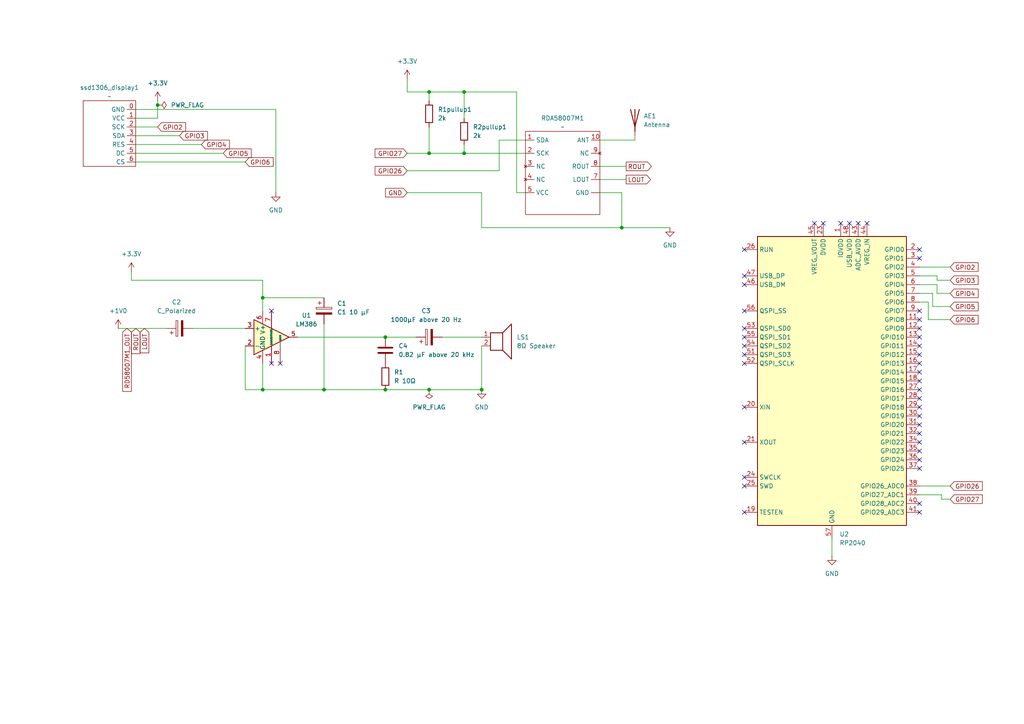
<source format=kicad_sch>
(kicad_sch (version 20231120) (generator "eeschema") (generator_version "8.0")
  (paper "A4")
  (title_block (title "ECE-299 Clock Radio") (date "2024-06-14") (rev "1") (company "Group 2") (comment 1 "Daniel Dufau, Alex Levchenkova, Stefanie Cutler"))
  (lib_symbols
    (symbol "Amplifier_Audio:LM386" (pin_names (offset 0.127))
      (property "Reference" "U" (at 1.27 7.62 0))
      (property "Value" "LM386" (at 1.27 5.08 0))
      (symbol "LM386_0_1"
        (polyline (pts (xy 5.08 0) (xy -5.08 5.08) (xy -5.08 -5.08) (xy 5.08 0)) (stroke (width 0.254)) (fill (type background)))
      )
      (symbol "LM386_1_1"
        (pin input line (at 0 -7.62 90) (length 5.08) (name "GAIN") (number "1"))
        (pin input line (at -7.62 -2.54 0) (length 2.54) (name "-") (number "2"))
        (pin input line (at -7.62 2.54 0) (length 2.54) (name "+") (number "3"))
        (pin power_in line (at -2.54 -7.62 90) (length 3.81) (name "GND") (number "4"))
        (pin output line (at 7.62 0 180) (length 2.54) (name "~") (number "5"))
        (pin power_in line (at -2.54 7.62 270) (length 3.81) (name "V+") (number "6"))
        (pin input line (at 0 7.62 270) (length 5.08) (name "BYPASS") (number "7"))
        (pin input line (at 2.54 -7.62 90) (length 6.35) (name "GAIN") (number "8"))
      )
    )
    (symbol "Device:Antenna" (pin_numbers hide) (pin_names (offset 1.016) hide)
      (property "Reference" "AE" (at -1.905 1.905 0))
      (property "Value" "Antenna" (at -1.905 0 0))
      (symbol "Antenna_0_1"
        (polyline (pts (xy 0 2.54) (xy 0 -3.81)) (stroke (width 0.254)))
        (polyline (pts (xy 1.27 2.54) (xy 0 -2.54) (xy -1.27 2.54)) (stroke (width 0.254)))
      )
      (symbol "Antenna_1_1"
        (pin input line (at 0 -5.08 90) (length 2.54) (name "A") (number "1"))
      )
    )
    (symbol "Device:C" (pin_numbers hide) (pin_names (offset 0.254))
      (property "Reference" "C" (at 0.635 2.54 0))
      (property "Value" "C" (at 0.635 -2.54 0))
      (symbol "C_0_1"
        (polyline (pts (xy -2.032 -0.762) (xy 2.032 -0.762)) (stroke (width 0.508)))
        (polyline (pts (xy -2.032 0.762) (xy 2.032 0.762)) (stroke (width 0.508)))
      )
      (symbol "C_1_1"
        (pin passive line (at 0 3.81 270) (length 2.794) (name "~") (number "1"))
        (pin passive line (at 0 -3.81 90) (length 2.794) (name "~") (number "2"))
      )
    )
    (symbol "Device:C_Polarized" (pin_numbers hide) (pin_names (offset 0.254))
      (property "Reference" "C" (at 0.635 2.54 0))
      (property "Value" "C_Polarized" (at 0.635 -2.54 0))
      (symbol "C_Polarized_0_1"
        (rectangle (start -2.286 0.508) (end 2.286 1.016))
        (polyline (pts (xy -1.778 2.286) (xy -0.762 2.286)))
        (polyline (pts (xy -1.27 2.794) (xy -1.27 1.778)))
        (rectangle (start 2.286 -0.508) (end -2.286 -1.016) (fill (type outline)))
      )
      (symbol "C_Polarized_1_1"
        (pin passive line (at 0 3.81 270) (length 2.794) (name "~") (number "1"))
        (pin passive line (at 0 -3.81 90) (length 2.794) (name "~") (number "2"))
      )
    )
    (symbol "Device:R" (pin_numbers hide) (pin_names (offset 0))
      (property "Reference" "R" (at 2.032 0 90))
      (property "Value" "R" (at 0 0 90))
      (symbol "R_0_1"
        (rectangle (start -1.016 -2.54) (end 1.016 2.54) (stroke (width 0.254)))
      )
      (symbol "R_1_1"
        (pin passive line (at 0 3.81 270) (length 1.27) (name "~") (number "1"))
        (pin passive line (at 0 -3.81 90) (length 1.27) (name "~") (number "2"))
      )
    )
    (symbol "Device:Speaker" (pin_names (offset 0) hide)
      (property "Reference" "LS" (at 1.27 5.715 0))
      (property "Value" "Speaker" (at 1.27 3.81 0))
      (symbol "Speaker_0_0"
        (rectangle (start -2.54 1.27) (end 1.016 -3.81) (stroke (width 0.254)))
        (polyline (pts (xy 1.016 1.27) (xy 3.556 3.81) (xy 3.556 -6.35) (xy 1.016 -3.81)) (stroke (width 0.254)))
      )
      (symbol "Speaker_1_1"
        (pin input line (at -5.08 0 0) (length 2.54) (name "1") (number "1"))
        (pin input line (at -5.08 -2.54 0) (length 2.54) (name "2") (number "2"))
      )
    )
    (symbol "MCU_RaspberryPi:RP2040"
      (property "Reference" "U" (at 17.78 45.72 0))
      (property "Value" "RP2040" (at 17.78 43.18 0))
      (symbol "RP2040_0_1"
        (rectangle (start -21.59 41.91) (end 21.59 -41.91) (stroke (width 0.254)) (fill (type background)))
      )
      (symbol "RP2040_1_1"
        (pin power_in line (at 2.54 45.72 270) (length 3.81) (name "IOVDD") (number "1"))
        (pin passive line (at 2.54 45.72 270) (length 3.81) hide (name "IOVDD") (number "10"))
        (pin bidirectional line (at 25.4 17.78 180) (length 3.81) (name "GPIO8") (number "11"))
        (pin bidirectional line (at 25.4 15.24 180) (length 3.81) (name "GPIO9") (number "12"))
        (pin bidirectional line (at 25.4 12.7 180) (length 3.81) (name "GPIO10") (number "13"))
        (pin bidirectional line (at 25.4 10.16 180) (length 3.81) (name "GPIO11") (number "14"))
        (pin bidirectional line (at 25.4 7.62 180) (length 3.81) (name "GPIO12") (number "15"))
        (pin bidirectional line (at 25.4 5.08 180) (length 3.81) (name "GPIO13") (number "16"))
        (pin bidirectional line (at 25.4 2.54 180) (length 3.81) (name "GPIO14") (number "17"))
        (pin bidirectional line (at 25.4 0 180) (length 3.81) (name "GPIO15") (number "18"))
        (pin input line (at -25.4 -38.1 0) (length 3.81) (name "TESTEN") (number "19"))
        (pin bidirectional line (at 25.4 38.1 180) (length 3.81) (name "GPIO0") (number "2"))
        (pin input line (at -25.4 -7.62 0) (length 3.81) (name "XIN") (number "20"))
        (pin passive line (at -25.4 -17.78 0) (length 3.81) (name "XOUT") (number "21"))
        (pin passive line (at 2.54 45.72 270) (length 3.81) hide (name "IOVDD") (number "22"))
        (pin power_in line (at -2.54 45.72 270) (length 3.81) (name "DVDD") (number "23"))
        (pin input line (at -25.4 -27.94 0) (length 3.81) (name "SWCLK") (number "24"))
        (pin bidirectional line (at -25.4 -30.48 0) (length 3.81) (name "SWD") (number "25"))
        (pin input line (at -25.4 38.1 0) (length 3.81) (name "RUN") (number "26"))
        (pin bidirectional line (at 25.4 -2.54 180) (length 3.81) (name "GPIO16") (number "27"))
        (pin bidirectional line (at 25.4 -5.08 180) (length 3.81) (name "GPIO17") (number "28"))
        (pin bidirectional line (at 25.4 -7.62 180) (length 3.81) (name "GPIO18") (number "29"))
        (pin bidirectional line (at 25.4 35.56 180) (length 3.81) (name "GPIO1") (number "3"))
        (pin bidirectional line (at 25.4 -10.16 180) (length 3.81) (name "GPIO19") (number "30"))
        (pin bidirectional line (at 25.4 -12.7 180) (length 3.81) (name "GPIO20") (number "31"))
        (pin bidirectional line (at 25.4 -15.24 180) (length 3.81) (name "GPIO21") (number "32"))
        (pin passive line (at 2.54 45.72 270) (length 3.81) hide (name "IOVDD") (number "33"))
        (pin bidirectional line (at 25.4 -17.78 180) (length 3.81) (name "GPIO22") (number "34"))
        (pin bidirectional line (at 25.4 -20.32 180) (length 3.81) (name "GPIO23") (number "35"))
        (pin bidirectional line (at 25.4 -22.86 180) (length 3.81) (name "GPIO24") (number "36"))
        (pin bidirectional line (at 25.4 -25.4 180) (length 3.81) (name "GPIO25") (number "37"))
        (pin bidirectional line (at 25.4 -30.48 180) (length 3.81) (name "GPIO26_ADC0") (number "38"))
        (pin bidirectional line (at 25.4 -33.02 180) (length 3.81) (name "GPIO27_ADC1") (number "39"))
        (pin bidirectional line (at 25.4 33.02 180) (length 3.81) (name "GPIO2") (number "4"))
        (pin bidirectional line (at 25.4 -35.56 180) (length 3.81) (name "GPIO28_ADC2") (number "40"))
        (pin bidirectional line (at 25.4 -38.1 180) (length 3.81) (name "GPIO29_ADC3") (number "41"))
        (pin passive line (at 2.54 45.72 270) (length 3.81) hide (name "IOVDD") (number "42"))
        (pin power_in line (at 7.62 45.72 270) (length 3.81) (name "ADC_AVDD") (number "43"))
        (pin power_in line (at 10.16 45.72 270) (length 3.81) (name "VREG_IN") (number "44"))
        (pin power_out line (at -5.08 45.72 270) (length 3.81) (name "VREG_VOUT") (number "45"))
        (pin bidirectional line (at -25.4 27.94 0) (length 3.81) (name "USB_DM") (number "46"))
        (pin bidirectional line (at -25.4 30.48 0) (length 3.81) (name "USB_DP") (number "47"))
        (pin power_in line (at 5.08 45.72 270) (length 3.81) (name "USB_VDD") (number "48"))
        (pin passive line (at 2.54 45.72 270) (length 3.81) hide (name "IOVDD") (number "49"))
        (pin bidirectional line (at 25.4 30.48 180) (length 3.81) (name "GPIO3") (number "5"))
        (pin passive line (at -2.54 45.72 270) (length 3.81) hide (name "DVDD") (number "50"))
        (pin bidirectional line (at -25.4 7.62 0) (length 3.81) (name "QSPI_SD3") (number "51"))
        (pin output line (at -25.4 5.08 0) (length 3.81) (name "QSPI_SCLK") (number "52"))
        (pin bidirectional line (at -25.4 15.24 0) (length 3.81) (name "QSPI_SD0") (number "53"))
        (pin bidirectional line (at -25.4 10.16 0) (length 3.81) (name "QSPI_SD2") (number "54"))
        (pin bidirectional line (at -25.4 12.7 0) (length 3.81) (name "QSPI_SD1") (number "55"))
        (pin bidirectional line (at -25.4 20.32 0) (length 3.81) (name "QSPI_SS") (number "56"))
        (pin power_in line (at 0 -45.72 90) (length 3.81) (name "GND") (number "57"))
        (pin bidirectional line (at 25.4 27.94 180) (length 3.81) (name "GPIO4") (number "6"))
        (pin bidirectional line (at 25.4 25.4 180) (length 3.81) (name "GPIO5") (number "7"))
        (pin bidirectional line (at 25.4 22.86 180) (length 3.81) (name "GPIO6") (number "8"))
        (pin bidirectional line (at 25.4 20.32 180) (length 3.81) (name "GPIO7") (number "9"))
      )
    )
    (symbol "ece299_project:RDA58007M"
      (property "Reference" "RDA58007M" (at 0 0 0))
      (symbol "RDA58007M_0_1"
        (rectangle (start -10.16 -1.27) (end 11.43 -25.4))
      )
      (symbol "RDA58007M_1_1"
        (pin power_in line (at 11.43 -19.05 180) (length 2.54) (name "GND") (number ""))
        (pin input line (at -10.16 -3.81 0) (length 2.54) (name "SDA") (number "1"))
        (pin output line (at 11.43 -3.81 180) (length 2.54) (name "ANT") (number "10"))
        (pin input line (at -10.16 -7.62 0) (length 2.54) (name "SCK") (number "2"))
        (pin no_connect line (at -10.16 -11.43 0) (length 2.54) (name "NC") (number "3"))
        (pin no_connect line (at -10.16 -15.24 0) (length 2.54) (name "NC") (number "4"))
        (pin input line (at -10.16 -19.05 0) (length 2.54) (name "VCC") (number "5"))
        (pin output line (at 11.43 -15.24 180) (length 2.54) (name "LOUT") (number "7"))
        (pin output line (at 11.43 -11.43 180) (length 2.54) (name "ROUT") (number "8"))
        (pin no_connect line (at 11.43 -7.62 180) (length 2.54) (name "NC") (number "9"))
      )
    )
    (symbol "ece299_project:ssd1306_display"
      (property "Reference" "ssd1306_display" (at 0 0 0))
      (symbol "ssd1306_display_0_1"
        (rectangle (start -7.62 -1.27) (end 7.62 -20.32))
      )
      (symbol "ssd1306_display_1_1"
        (pin power_in line (at 7.62 -3.81 180) (length 2.54) (name "GND") (number "0"))
        (pin power_in line (at 7.62 -6.35 180) (length 2.54) (name "VCC") (number "1"))
        (pin input line (at 7.62 -8.89 180) (length 2.54) (name "SCK") (number "2"))
        (pin input line (at 7.62 -11.43 180) (length 2.54) (name "SDA") (number "3"))
        (pin input line (at 7.62 -13.97 180) (length 2.54) (name "RES") (number "4"))
        (pin input line (at 7.62 -16.51 180) (length 2.54) (name "DC") (number "5"))
        (pin input line (at 7.62 -19.05 180) (length 2.54) (name "CS") (number "6"))
      )
    )
    (symbol "power:+1V0" (power) (pin_numbers hide) (pin_names (offset 0) hide)
      (property "Value" "+1V0" (at 0 3.556 0))
      (symbol "+1V0_0_1"
        (polyline (pts (xy -0.762 1.27) (xy 0 2.54)))
        (polyline (pts (xy 0 0) (xy 0 2.54)))
        (polyline (pts (xy 0 2.54) (xy 0.762 1.27)))
      )
      (symbol "+1V0_1_1"
        (pin power_in line (at 0 0 90) (length 0) (name "~") (number "1"))
      )
    )
    (symbol "power:+3.3V" (power) (pin_numbers hide) (pin_names (offset 0) hide)
      (property "Value" "+3.3V" (at 0 3.556 0))
      (symbol "+3.3V_0_1"
        (polyline (pts (xy -0.762 1.27) (xy 0 2.54)))
        (polyline (pts (xy 0 0) (xy 0 2.54)))
        (polyline (pts (xy 0 2.54) (xy 0.762 1.27)))
      )
      (symbol "+3.3V_1_1"
        (pin power_in line (at 0 0 90) (length 0) (name "~") (number "1"))
      )
    )
    (symbol "power:GND" (power) (pin_numbers hide) (pin_names (offset 0) hide)
      (property "Value" "GND" (at 0 -3.81 0))
      (symbol "GND_0_1"
        (polyline (pts (xy 0 0) (xy 0 -1.27) (xy 1.27 -1.27) (xy 0 -2.54) (xy -1.27 -1.27) (xy 0 -1.27)))
      )
      (symbol "GND_1_1"
        (pin power_in line (at 0 0 270) (length 0) (name "~") (number "1"))
      )
    )
    (symbol "power:PWR_FLAG" (power) (pin_numbers hide) (pin_names (offset 0) hide)
      (property "Value" "PWR_FLAG" (at 0 3.81 0))
      (symbol "PWR_FLAG_0_0"
        (pin power_out line (at 0 0 90) (length 0) (name "~") (number "1"))
      )
      (symbol "PWR_FLAG_0_1"
        (polyline (pts (xy 0 0) (xy 0 1.27) (xy -1.016 1.905) (xy 0 2.54) (xy 1.016 1.905) (xy 0 1.27)))
      )
    )
  )
  (junction (at 124.46 44.45))
  (junction (at 180.34 66.04))
  (junction (at 124.46 26.67))
  (junction (at 139.7 113.03))
  (junction (at 76.2 113.03))
  (junction (at 111.76 113.03))
  (junction (at 93.98 113.03))
  (junction (at 45.72 30.48))
  (junction (at 111.76 97.79))
  (junction (at 124.46 113.03))
  (junction (at 134.62 44.45))
  (junction (at 76.2 86.36))
  (junction (at 134.62 26.67))
  (no_connect (at 215.9 118.11))
  (no_connect (at 266.7 105.41))
  (no_connect (at 238.76 64.77))
  (no_connect (at 266.7 100.33))
  (no_connect (at 215.9 82.55))
  (no_connect (at 266.7 135.89))
  (no_connect (at 266.7 107.95))
  (no_connect (at 78.74 105.41))
  (no_connect (at 215.9 105.41))
  (no_connect (at 266.7 92.71))
  (no_connect (at 215.9 95.25))
  (no_connect (at 215.9 128.27))
  (no_connect (at 266.7 125.73))
  (no_connect (at 215.9 148.59))
  (no_connect (at 266.7 120.65))
  (no_connect (at 215.9 72.39))
  (no_connect (at 246.38 64.77))
  (no_connect (at 266.7 128.27))
  (no_connect (at 215.9 97.79))
  (no_connect (at 251.46 64.77))
  (no_connect (at 215.9 138.43))
  (no_connect (at 266.7 130.81))
  (no_connect (at 266.7 97.79))
  (no_connect (at 266.7 118.11))
  (no_connect (at 266.7 146.05))
  (no_connect (at 266.7 115.57))
  (no_connect (at 266.7 74.93))
  (no_connect (at 81.28 105.41))
  (no_connect (at 266.7 148.59))
  (no_connect (at 215.9 80.01))
  (no_connect (at 236.22 64.77))
  (no_connect (at 266.7 113.03))
  (no_connect (at 266.7 72.39))
  (no_connect (at 266.7 110.49))
  (no_connect (at 266.7 95.25))
  (no_connect (at 215.9 90.17))
  (no_connect (at 215.9 100.33))
  (no_connect (at 266.7 133.35))
  (no_connect (at 78.74 90.17))
  (no_connect (at 215.9 102.87))
  (no_connect (at 215.9 140.97))
  (no_connect (at 266.7 90.17))
  (no_connect (at 243.84 64.77))
  (no_connect (at 266.7 123.19))
  (no_connect (at 248.92 64.77))
  (no_connect (at 266.7 102.87))
  (wire (pts (xy 266.7 77.47) (xy 275.59 77.47)))
  (wire (pts (xy 173.99 55.88) (xy 180.34 55.88)))
  (wire (pts (xy 118.11 26.67) (xy 124.46 26.67)))
  (wire (pts (xy 139.7 55.88) (xy 139.7 66.04)))
  (wire (pts (xy 128.27 97.79) (xy 139.7 97.79)))
  (wire (pts (xy 270.51 88.9) (xy 275.59 88.9)))
  (wire (pts (xy 134.62 41.91) (xy 134.62 44.45)))
  (wire (pts (xy 266.7 140.97) (xy 275.59 140.97)))
  (wire (pts (xy 273.05 144.78) (xy 275.59 144.78)))
  (wire (pts (xy 76.2 86.36) (xy 93.98 86.36)))
  (wire (pts (xy 38.1 81.28) (xy 76.2 81.28)))
  (wire (pts (xy 124.46 44.45) (xy 134.62 44.45)))
  (wire (pts (xy 271.78 82.55) (xy 271.78 85.09)))
  (wire (pts (xy 139.7 100.33) (xy 139.7 113.03)))
  (wire (pts (xy 266.7 82.55) (xy 271.78 82.55)))
  (wire (pts (xy 76.2 86.36) (xy 76.2 90.17)))
  (wire (pts (xy 118.11 55.88) (xy 139.7 55.88)))
  (wire (pts (xy 39.37 36.83) (xy 45.72 36.83)))
  (wire (pts (xy 173.99 48.26) (xy 181.61 48.26)))
  (wire (pts (xy 149.86 26.67) (xy 149.86 55.88)))
  (wire (pts (xy 39.37 41.91) (xy 58.42 41.91)))
  (wire (pts (xy 93.98 113.03) (xy 111.76 113.03)))
  (wire (pts (xy 86.36 97.79) (xy 111.76 97.79)))
  (wire (pts (xy 45.72 34.29) (xy 45.72 30.48)))
  (wire (pts (xy 149.86 55.88) (xy 152.4 55.88)))
  (wire (pts (xy 271.78 81.28) (xy 275.59 81.28)))
  (wire (pts (xy 118.11 44.45) (xy 124.46 44.45)))
  (wire (pts (xy 180.34 55.88) (xy 180.34 66.04)))
  (wire (pts (xy 39.37 31.75) (xy 80.01 31.75)))
  (wire (pts (xy 173.99 52.07) (xy 181.61 52.07)))
  (wire (pts (xy 39.37 34.29) (xy 45.72 34.29)))
  (wire (pts (xy 270.51 85.09) (xy 270.51 88.9)))
  (wire (pts (xy 271.78 85.09) (xy 275.59 85.09)))
  (wire (pts (xy 184.15 40.64) (xy 184.15 39.37)))
  (wire (pts (xy 93.98 93.98) (xy 93.98 113.03)))
  (wire (pts (xy 45.72 30.48) (xy 45.72 29.21)))
  (wire (pts (xy 269.24 87.63) (xy 269.24 92.71)))
  (wire (pts (xy 55.88 95.25) (xy 71.12 95.25)))
  (wire (pts (xy 124.46 36.83) (xy 124.46 44.45)))
  (wire (pts (xy 173.99 40.64) (xy 184.15 40.64)))
  (wire (pts (xy 76.2 81.28) (xy 76.2 86.36)))
  (wire (pts (xy 111.76 113.03) (xy 124.46 113.03)))
  (wire (pts (xy 76.2 113.03) (xy 93.98 113.03)))
  (wire (pts (xy 39.37 44.45) (xy 64.77 44.45)))
  (wire (pts (xy 144.78 49.53) (xy 144.78 40.64)))
  (wire (pts (xy 266.7 143.51) (xy 273.05 143.51)))
  (wire (pts (xy 180.34 66.04) (xy 194.31 66.04)))
  (wire (pts (xy 118.11 49.53) (xy 144.78 49.53)))
  (wire (pts (xy 118.11 22.86) (xy 118.11 26.67)))
  (wire (pts (xy 124.46 26.67) (xy 134.62 26.67)))
  (wire (pts (xy 241.3 156.21) (xy 241.3 161.29)))
  (wire (pts (xy 39.37 39.37) (xy 52.07 39.37)))
  (wire (pts (xy 134.62 26.67) (xy 134.62 34.29)))
  (wire (pts (xy 38.1 78.74) (xy 38.1 81.28)))
  (wire (pts (xy 34.29 95.25) (xy 48.26 95.25)))
  (wire (pts (xy 139.7 66.04) (xy 180.34 66.04)))
  (wire (pts (xy 266.7 87.63) (xy 269.24 87.63)))
  (wire (pts (xy 111.76 97.79) (xy 120.65 97.79)))
  (wire (pts (xy 71.12 113.03) (xy 76.2 113.03)))
  (wire (pts (xy 71.12 100.33) (xy 71.12 113.03)))
  (wire (pts (xy 266.7 80.01) (xy 271.78 80.01)))
  (wire (pts (xy 271.78 80.01) (xy 271.78 81.28)))
  (wire (pts (xy 124.46 26.67) (xy 124.46 29.21)))
  (wire (pts (xy 134.62 44.45) (xy 152.4 44.45)))
  (wire (pts (xy 273.05 143.51) (xy 273.05 144.78)))
  (wire (pts (xy 76.2 105.41) (xy 76.2 113.03)))
  (wire (pts (xy 266.7 85.09) (xy 270.51 85.09)))
  (wire (pts (xy 80.01 31.75) (xy 80.01 55.88)))
  (wire (pts (xy 39.37 46.99) (xy 71.12 46.99)))
  (wire (pts (xy 124.46 113.03) (xy 139.7 113.03)))
  (wire (pts (xy 134.62 26.67) (xy 149.86 26.67)))
  (wire (pts (xy 269.24 92.71) (xy 275.59 92.71)))
  (wire (pts (xy 144.78 40.64) (xy 152.4 40.64)))
  (global_label "GPIO26" (shape input) (at 118.11 49.53 180) (property "Intersheetrefs" "${INTERSHEET_REFS}" (effects (hide yes))))
  (global_label "GPIO2" (shape input) (at 275.59 77.47 0) (property "Intersheetrefs" "${INTERSHEET_REFS}" (effects (hide yes))))
  (global_label "ROUT" (shape output) (at 181.61 48.26 0) (property "Intersheetrefs" "${INTERSHEET_REFS}" (effects (hide yes))))
  (global_label "GPIO5" (shape input) (at 64.77 44.45 0) (property "Intersheetrefs" "${INTERSHEET_REFS}" (effects (hide yes))))
  (global_label "GPIO3" (shape input) (at 52.07 39.37 0) (property "Intersheetrefs" "${INTERSHEET_REFS}" (effects (hide yes))))
  (global_label "GPIO2" (shape input) (at 45.72 36.83 0) (property "Intersheetrefs" "${INTERSHEET_REFS}" (effects (hide yes))))
  (global_label "GPIO27" (shape input) (at 118.11 44.45 180) (property "Intersheetrefs" "${INTERSHEET_REFS}" (effects (hide yes))))
  (global_label "LOUT" (shape input) (at 41.91 95.25 270) (property "Intersheetrefs" "${INTERSHEET_REFS}" (effects (hide yes))))
  (global_label "GPIO6" (shape input) (at 71.12 46.99 0) (property "Intersheetrefs" "${INTERSHEET_REFS}" (effects (hide yes))))
  (global_label "GPIO5" (shape input) (at 275.59 88.9 0) (property "Intersheetrefs" "${INTERSHEET_REFS}" (effects (hide yes))))
  (global_label "GPIO4" (shape input) (at 275.59 85.09 0) (property "Intersheetrefs" "${INTERSHEET_REFS}" (effects (hide yes))))
  (global_label "GPIO27" (shape input) (at 275.59 144.78 0) (property "Intersheetrefs" "${INTERSHEET_REFS}" (effects (hide yes))))
  (global_label "GPIO4" (shape input) (at 58.42 41.91 0) (property "Intersheetrefs" "${INTERSHEET_REFS}" (effects (hide yes))))
  (global_label "ROUT" (shape input) (at 39.37 95.25 270) (property "Intersheetrefs" "${INTERSHEET_REFS}" (effects (hide yes))))
  (global_label "GND" (shape input) (at 118.11 55.88 180) (property "Intersheetrefs" "${INTERSHEET_REFS}" (effects (hide yes))))
  (global_label "RD58007M1_OUT" (shape input) (at 36.83 95.25 270) (property "Intersheetrefs" "${INTERSHEET_REFS}" (effects (hide yes))))
  (global_label "LOUT" (shape output) (at 181.61 52.07 0) (property "Intersheetrefs" "${INTERSHEET_REFS}" (effects (hide yes))))
  (global_label "GPIO6" (shape input) (at 275.59 92.71 0) (property "Intersheetrefs" "${INTERSHEET_REFS}" (effects (hide yes))))
  (global_label "GPIO26" (shape input) (at 275.59 140.97 0) (property "Intersheetrefs" "${INTERSHEET_REFS}" (effects (hide yes))))
  (global_label "GPIO3" (shape input) (at 275.59 81.28 0) (property "Intersheetrefs" "${INTERSHEET_REFS}" (effects (hide yes))))
  (symbol (lib_id "Amplifier_Audio:LM386") (at 78.74 97.79 0) (unit 1)
    (property "Reference" "U1" (at 88.9 91.4714 0))
    (property "Value" "LM386" (at 88.9 94.0114 0))
    (property "Datasheet" "http://www.ti.com/lit/ds/symlink/lm386.pdf" (effects (hide yes)))
    (property "Description" "Low Voltage Audio Power Amplifier, DIP-8/SOIC-8/SSOP-8" (effects (hide yes)))
  )
  (symbol (lib_id "power:GND") (at 194.31 66.04 0) (unit 1)
    (property "Reference" "#PWR04" (effects (hide yes)))
    (property "Value" "GND" (at 194.31 71.12 0))
    (property "Description" "Power symbol creates a global label with name \"GND\" , ground" (effects (hide yes)))
  )
  (symbol (lib_id "power:+3.3V") (at 45.72 29.21 0) (unit 1)
    (property "Reference" "#PWR02" (effects (hide yes)))
    (property "Value" "+3.3V" (at 45.72 24.13 0))
    (property "Description" "Power symbol creates a global label with name \"+3.3V\"" (effects (hide yes)))
  )
  (symbol (lib_id "Device:R") (at 134.62 38.1 0) (unit 1)
    (property "Reference" "R2pullup1" (at 137.16 36.8299 0) (effects (justify left)))
    (property "Value" "2k" (at 137.16 39.3699 0) (effects (justify left)))
    (property "Description" "Resistor" (effects (hide yes)))
  )
  (symbol (lib_id "Device:Antenna") (at 184.15 34.29 0) (unit 1)
    (property "Reference" "AE1" (at 186.69 33.6549 0) (effects (justify left)))
    (property "Value" "Antenna" (at 186.69 36.1949 0) (effects (justify left)))
    (property "Description" "Antenna" (effects (hide yes)))
  )
  (symbol (lib_id "power:GND") (at 241.3 161.29 0) (unit 1)
    (property "Reference" "#PWR08" (effects (hide yes)))
    (property "Value" "GND" (at 241.3 166.37 0))
    (property "Description" "Power symbol creates a global label with name \"GND\" , ground" (effects (hide yes)))
  )
  (symbol (lib_id "Device:R") (at 111.76 109.22 0) (unit 1)
    (property "Reference" "R1" (at 114.3 107.9499 0) (effects (justify left)))
    (property "Value" "R 10Ω" (at 114.3 110.4899 0) (effects (justify left)))
    (property "Description" "Resistor" (effects (hide yes)))
  )
  (symbol (lib_id "power:GND") (at 80.01 55.88 0) (unit 1)
    (property "Reference" "#PWR01" (effects (hide yes)))
    (property "Value" "GND" (at 80.01 60.96 0))
    (property "Description" "Power symbol creates a global label with name \"GND\" , ground" (effects (hide yes)))
  )
  (symbol (lib_id "power:+3.3V") (at 38.1 78.74 0) (unit 1)
    (property "Reference" "#PWR06" (effects (hide yes)))
    (property "Value" "+3.3V" (at 38.1 73.66 0))
    (property "Description" "Power symbol creates a global label with name \"+3.3V\"" (effects (hide yes)))
  )
  (symbol (lib_id "power:+1V0") (at 34.29 95.25 0) (unit 1)
    (property "Reference" "#PWR07" (effects (hide yes)))
    (property "Value" "+1V0" (at 34.29 90.17 0))
    (property "Description" "Power symbol creates a global label with name \"+1V0\"" (effects (hide yes)))
  )
  (symbol (lib_id "Device:C_Polarized") (at 52.07 95.25 90) (unit 1)
    (property "Reference" "C2" (at 51.181 87.63 90))
    (property "Value" "C_Polarized" (at 51.181 90.17 90))
    (property "Description" "Polarized capacitor" (effects (hide yes)))
  )
  (symbol (lib_id "Device:C_Polarized") (at 124.46 97.79 90) (unit 1)
    (property "Reference" "C3" (at 123.571 90.17 90))
    (property "Value" "1000µF above 20 Hz" (at 123.571 92.71 90))
    (property "Description" "Polarized capacitor" (effects (hide yes)))
  )
  (symbol (lib_id "power:PWR_FLAG") (at 45.72 30.48 270) (unit 1)
    (property "Reference" "#FLG01" (effects (hide yes)))
    (property "Value" "PWR_FLAG" (at 49.53 30.4799 90) (effects (justify left)))
    (property "Description" "Special symbol for telling ERC where power comes from" (effects (hide yes)))
  )
  (symbol (lib_id "power:+3.3V") (at 118.11 22.86 0) (unit 1)
    (property "Reference" "#PWR03" (effects (hide yes)))
    (property "Value" "+3.3V" (at 118.11 17.78 0))
    (property "Description" "Power symbol creates a global label with name \"+3.3V\"" (effects (hide yes)))
  )
  (symbol (lib_id "Device:C") (at 111.76 101.6 0) (unit 1)
    (property "Reference" "C4" (at 115.57 100.3299 0) (effects (justify left)))
    (property "Value" "0.82 µF above 20 kHz" (at 115.57 102.8699 0) (effects (justify left)))
    (property "Description" "Unpolarized capacitor" (effects (hide yes)))
  )
  (symbol (lib_id "Device:C_Polarized") (at 93.98 90.17 0) (unit 1)
    (property "Reference" "C1" (at 97.79 88.0109 0) (effects (justify left)))
    (property "Value" "C1 10 µF" (at 97.79 90.5509 0) (effects (justify left)))
    (property "Description" "Polarized capacitor" (effects (hide yes)))
  )
  (symbol (lib_id "ece299_project:RDA58007M") (at 162.56 36.83 0) (unit 1)
    (property "Reference" "RDA58007M1" (at 163.195 34.29 0))
    (property "Value" "~" (at 163.195 36.83 0))
  )
  (symbol (lib_id "MCU_RaspberryPi:RP2040") (at 241.3 110.49 0) (unit 1)
    (property "Reference" "U2" (at 243.4941 154.94 0) (effects (justify left)))
    (property "Value" "RP2040" (at 243.4941 157.48 0) (effects (justify left)))
    (property "Footprint" "Package_DFN_QFN:QFN-56-1EP_7x7mm_P0.4mm_EP3.2x3.2mm" (effects (hide yes)))
    (property "Datasheet" "https://datasheets.raspberrypi.com/rp2040/rp2040-datasheet.pdf" (effects (hide yes)))
    (property "Description" "A microcontroller by Raspberry Pi" (effects (hide yes)))
  )
  (symbol (lib_id "ece299_project:ssd1306_display") (at 31.75 27.94 0) (unit 1)
    (property "Reference" "ssd1306_display1" (at 31.75 25.4 0))
    (property "Value" "~" (at 31.75 27.94 0))
  )
  (symbol (lib_id "power:GND") (at 139.7 113.03 0) (unit 1)
    (property "Reference" "#PWR05" (effects (hide yes)))
    (property "Value" "GND" (at 139.7 118.11 0))
    (property "Description" "Power symbol creates a global label with name \"GND\" , ground" (effects (hide yes)))
  )
  (symbol (lib_id "Device:R") (at 124.46 33.02 0) (unit 1)
    (property "Reference" "R1pullup1" (at 127 31.7499 0) (effects (justify left)))
    (property "Value" "2k" (at 127 34.2899 0) (effects (justify left)))
    (property "Description" "Resistor" (effects (hide yes)))
  )
  (symbol (lib_id "power:PWR_FLAG") (at 124.46 113.03 180) (unit 1)
    (property "Reference" "#FLG05" (effects (hide yes)))
    (property "Value" "PWR_FLAG" (at 124.46 118.11 0))
    (property "Description" "Special symbol for telling ERC where power comes from" (effects (hide yes)))
  )
  (symbol (lib_id "Device:Speaker") (at 144.78 97.79 0) (unit 1)
    (property "Reference" "LS1" (at 149.86 97.7899 0) (effects (justify left)))
    (property "Value" "8Ω Speaker" (at 149.86 100.3299 0) (effects (justify left)))
    (property "Description" "Speaker" (effects (hide yes)))
  )
)
</source>
